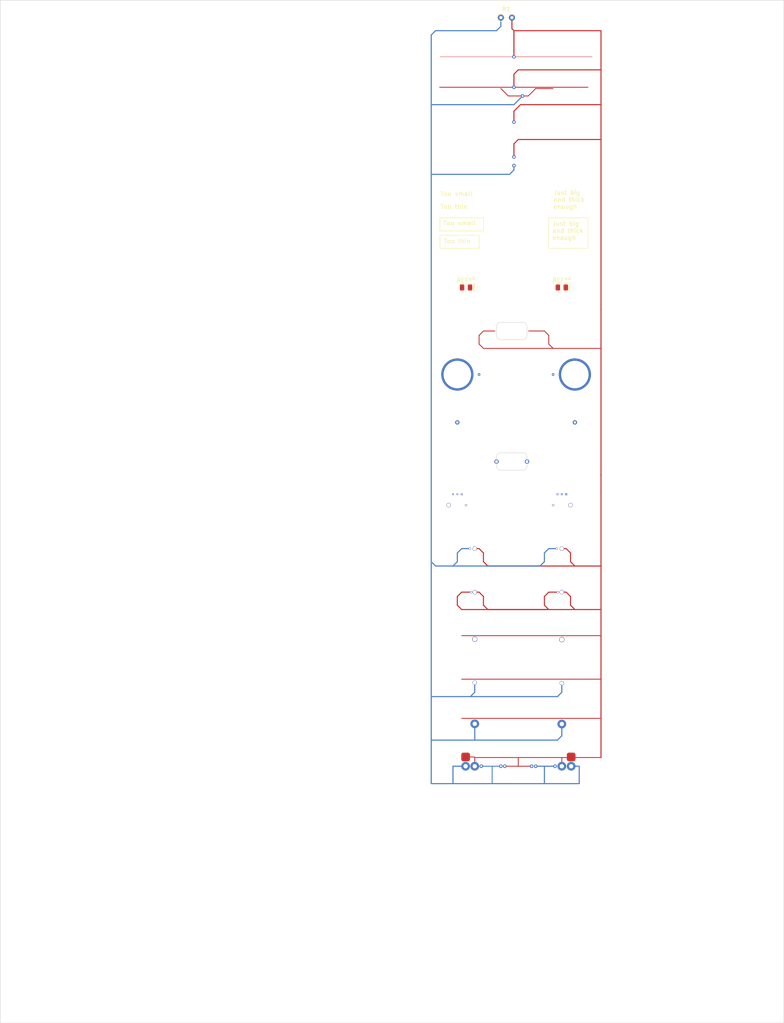
<source format=kicad_pcb>
(kicad_pcb (version 20240108) (generator "pcbnew") (generator_version "8.0")
  (title_block (title "JLCPCB Custom Design Rules (.kicad_dru)") (date "2024-08-12") (rev "8"))
  (layers (0 "F.Cu" signal) (1 "In1.Cu" signal) (2 "In2.Cu" signal) (31 "B.Cu" signal) (34 "B.Paste" user) (35 "F.Paste" user) (36 "B.SilkS" user "B.Silkscreen") (37 "F.SilkS" user "F.Silkscreen") (38 "B.Mask" user) (39 "F.Mask" user) (44 "Edge.Cuts" user))
  (property "FOX" "THE QUICK BROWN FOX JUMPS OVER THE LAZY DOG")
  (property "fox" "the quick brown fox jumps over the lazy dog")
  (net 0 "")
  (net 1 "+5V")
  (net 2 "GND")
  (footprint "Resistor_SMD:R_0805_2012Metric" (layer "F.Cu") (at 143 79)
    (property "Reference" "REF**" (at 0 -1.65 0) (layer "F.SilkS"))
    (property "Value" "R_0805_2012Metric")
    (fp_line (start -0.227064 -0.735) (end 0.227064 -0.735) (stroke (width 0.12)) (layer "F.SilkS"))
    (fp_line (start -0.227064 0.735) (end 0.227064 0.735) (stroke (width 0.12)) (layer "F.SilkS"))
    (pad "1" smd roundrect (at -0.9125 0) (size 1.025 1.4) (layers "F.Cu" "F.Paste" "F.Mask") (roundrect_rratio 0.243902))
    (pad "2" smd roundrect (at 0.9125 0) (size 1.025 1.4) (layers "F.Cu" "F.Paste" "F.Mask") (roundrect_rratio 0.243902))
  )
  (footprint "MountingHole:MountingHole_2.2mm_M2_DIN965_Pad_TopBottom" (layer "F.Cu") (at 141 99)
    (property "Reference" "REF**" (hide yes))
    (property "Value" "MountingHole_2.2mm_M2_DIN965_Pad_TopBottom" (hide yes))
    (pad "1" thru_hole circle (at 0 0) (size 0.6 0.6) (drill 0.2) (layers "*.Cu" "*.Mask"))
  )
  (footprint "MountingHole:MountingHole_3.7mm_Pad_TopBottom" (layer "F.Cu") (at 119 99)
    (property "Reference" "REF**" (hide yes))
    (property "Value" "MountingHole_3.7mm_Pad_TopBottom" (hide yes))
    (pad "1" thru_hole circle (at 0 0) (size 7.4 7.4) (drill 6.31) (layers "*.Cu" "*.Mask"))
  )
  (footprint "MountingHole:MountingHole_2.2mm_M2_DIN965_Pad_TopBottom" (layer "F.Cu") (at 143 139)
    (property "Reference" "REF**" (hide yes))
    (property "Value" "MountingHole_2.2mm_M2_DIN965_Pad_TopBottom" (hide yes))
    (pad "1" thru_hole circle (at 0 0) (size 1 1) (drill 0.85) (property pad_prop_castellated) (layers "*.Cu" "*.Mask") (net 2 "GND"))
  )
  (footprint "MountingHole:MountingHole_2.2mm_M2_DIN965_Pad_TopBottom" (layer "F.Cu") (at 143 179.3)
    (property "Reference" "REF**" (hide yes))
    (property "Value" "MountingHole_2.2mm_M2_DIN965_Pad_TopBottom" (hide yes))
    (pad "1" thru_hole circle (at 0 0) (size 2 2) (drill 1) (property pad_prop_castellated) (layers "*.Cu" "*.Mask") (net 1 "+5V"))
  )
  (footprint "" (layer "F.Cu") (at 143.95 126.63)
    (property "Reference" "" (at 0 0 0) (layer "F.SilkS") (effects (font (size 1.27 1.27))))
    (property "Value" "" (at 0 0 0) (layer "F.SilkS") (effects (font (size 1.27 1.27))))
    (pad "" thru_hole rect (at 0.05 -0.13) (size 0.45 0.45) (drill 0.2) (layers "*.Cu" "*.Mask"))
  )
  (footprint "MountingHole:MountingHole_2.2mm_M2_DIN965_Pad_TopBottom" (layer "F.Cu") (at 128 119)
    (property "Reference" "REF**" (hide yes))
    (property "Value" "MountingHole_2.2mm_M2_DIN965_Pad_TopBottom" (hide yes))
    (pad "1" thru_hole circle (at 0 0) (size 1 1) (drill 0.59) (property pad_prop_castellated) (layers "*.Cu" "*.Mask"))
  )
  (footprint "" (layer "F.Cu") (at 143.01 126.63)
    (property "Reference" "" (at 0 0 0) (layer "F.SilkS") (effects (font (size 1.27 1.27))))
    (property "Value" "" (at 0 0 0) (layer "F.SilkS") (effects (font (size 1.27 1.27))))
    (pad "" thru_hole circle (at -0.01 -0.13) (size 0.45 0.45) (drill 0.2) (layers "*.Cu" "*.Mask"))
  )
  (footprint "MountingHole:MountingHole_2.2mm_M2_DIN965_Pad_TopBottom" (layer "F.Cu") (at 143 169.9)
    (property "Reference" "REF**" (hide yes))
    (property "Value" "MountingHole_2.2mm_M2_DIN965_Pad_TopBottom" (hide yes))
    (pad "1" thru_hole circle (at 0 0) (size 1 1) (drill 0.85) (property pad_prop_castellated) (layers "*.Cu" "*.Mask") (net 1 "+5V"))
  )
  (footprint "" (layer "F.Cu") (at 120.99 187 90)
    (property "Reference" "" (at 0 0 90) (layer "F.SilkS") (effects (font (size 1.27 1.27))))
    (property "Value" "" (at 0 0 90) (layer "F.SilkS") (effects (font (size 1.27 1.27))))
    (pad "2" smd roundrect (at 0.126 -0.09 90) (size 2 2) (layers "F.Cu" "F.Paste" "F.Mask") (net 2 "GND"))
  )
  (footprint "Connector_Pin:Pin_D0.7mm_L6.5mm_W1.8mm_FlatFork" (layer "F.Cu") (at 123 159.8)
    (property "Reference" "REF**" (hide yes))
    (property "Value" "Pin_D0.7mm_L6.5mm_W1.8mm_FlatFork" (hide yes))
    (pad "" np_thru_hole circle (at 0 0) (size 1.2 1.2) (drill 1) (layers "F&B.Cu" "*.Mask"))
  )
  (footprint "MountingHole:MountingHole_2.2mm_M2_DIN965_Pad_TopBottom" (layer "F.Cu") (at 135 119)
    (property "Reference" "REF**" (hide yes))
    (property "Value" "MountingHole_2.2mm_M2_DIN965_Pad_TopBottom" (hide yes))
    (pad "1" thru_hole circle (at 0 0) (size 1 1) (drill 0.6) (property pad_prop_castellated) (layers "*.Cu" "*.Mask"))
  )
  (footprint "MountingHole:MountingHole_2.1mm" (layer "F.Cu") (at 119 110)
    (property "Reference" "REF**" (hide yes))
    (property "Value" "MountingHole_2.1mm" (hide yes))
    (pad "" np_thru_hole circle (at 0 0) (size 1 1) (drill 0.49) (layers "F&B.Cu" "*.Mask"))
  )
  (footprint "Resistor_SMD:R_0805_2012Metric" (layer "F.Cu") (at 121 79)
    (property "Reference" "REF**" (at 0 -1.65 0) (layer "F.SilkS"))
    (property "Value" "R_0805_2012Metric")
    (fp_line (start -0.227064 -0.735) (end 0.227064 -0.735) (stroke (width 0.12)) (layer "F.SilkS"))
    (fp_line (start -0.227064 0.735) (end 0.227064 0.735) (stroke (width 0.12)) (layer "F.SilkS"))
    (pad "1" smd roundrect (at -0.9125 0) (size 1.025 1.4) (layers "F.Cu" "F.Paste" "F.Mask") (roundrect_rratio 0.243902))
    (pad "2" smd roundrect (at 0.9125 0) (size 1.025 1.4) (layers "F.Cu" "F.Paste" "F.Mask") (roundrect_rratio 0.243902))
  )
  (footprint "Connector_Pin:Pin_D0.7mm_L6.5mm_W1.8mm_FlatFork" (layer "F.Cu") (at 143 159.9)
    (property "Reference" "REF**" (hide yes))
    (property "Value" "Pin_D0.7mm_L6.5mm_W1.8mm_FlatFork" (hide yes))
    (pad "" np_thru_hole circle (at 0 0) (size 1.2 1.2) (drill 1) (layers "F&B.Cu" "*.Mask"))
  )
  (footprint "MountingHole:MountingHole_2.2mm_M2_DIN965_Pad_TopBottom" (layer "F.Cu") (at 143 149)
    (property "Reference" "REF**" (hide yes))
    (property "Value" "MountingHole_2.2mm_M2_DIN965_Pad_TopBottom" (hide yes))
    (pad "1" thru_hole circle (at 0 0) (size 1 1) (drill 0.85) (property pad_prop_castellated) (layers "*.Cu" "*.Mask") (net 2 "GND"))
  )
  (footprint "MountingHole:MountingHole_2.2mm_M2_DIN965_Pad_TopBottom" (layer "F.Cu") (at 143 189)
    (property "Reference" "REF**" (hide yes))
    (property "Value" "MountingHole_2.2mm_M2_DIN965_Pad_TopBottom" (hide yes))
    (pad "1" thru_hole circle (at 0 0) (size 2 2) (drill 1) (property pad_prop_castellated) (layers "*.Cu" "*.Mask") (net 2 "GND"))
  )
  (footprint "" (layer "F.Cu") (at 145.09 187)
    (property "Reference" "" (at 0 0 0) (layer "F.SilkS") (effects (font (size 1.27 1.27))))
    (property "Value" "" (at 0 0 0) (layer "F.SilkS") (effects (font (size 1.27 1.27))))
    (pad "2" smd roundrect (at 0.06 -0.127 90) (size 2 2) (layers "F.Cu" "F.Paste" "F.Mask") (net 2 "GND"))
  )
  (footprint "MountingHole:MountingHole_2.2mm_M2_DIN965_Pad_TopBottom" (layer "F.Cu") (at 145.15 189)
    (property "Reference" "REF**" (hide yes))
    (property "Value" "MountingHole_2.2mm_M2_DIN965_Pad_TopBottom" (hide yes))
    (pad "1" thru_hole circle (at 0 0) (size 2 2) (drill 1) (property pad_prop_castellated) (layers "*.Cu" "*.Mask") (net 1 "+5V"))
  )
  (footprint "MountingHole:MountingHole_2.2mm_M2_DIN965_Pad_TopBottom" (layer "F.Cu") (at 123 189)
    (property "Reference" "REF**" (hide yes))
    (property "Value" "MountingHole_2.2mm_M2_DIN965_Pad_TopBottom" (hide yes))
    (pad "1" thru_hole circle (at 0 0) (size 2 2) (drill 1) (layers "*.Cu" "*.Mask") (net 2 "GND"))
  )
  (footprint "MountingHole:MountingHole_2.2mm_M2_DIN965_Pad_TopBottom" (layer "F.Cu") (at 123 139)
    (property "Reference" "REF**" (hide yes))
    (property "Value" "MountingHole_2.2mm_M2_DIN965_Pad_TopBottom" (hide yes))
    (pad "1" thru_hole circle (at 0 0) (size 1 1) (drill 0.85) (property pad_prop_castellated) (layers "*.Cu" "*.Mask") (net 2 "GND"))
  )
  (footprint "MountingHole:MountingHole_2.2mm_M2_DIN965_Pad_TopBottom" (layer "F.Cu") (at 123 169.8)
    (property "Reference" "REF**" (hide yes))
    (property "Value" "MountingHole_2.2mm_M2_DIN965_Pad_TopBottom" (hide yes))
    (pad "1" thru_hole circle (at 0 0) (size 1 1) (drill 0.85) (property pad_prop_castellated) (layers "*.Cu" "*.Mask") (net 1 "+5V"))
  )
  (footprint "MountingHole:MountingHole_2.2mm_M2_DIN965_Pad_TopBottom" (layer "F.Cu") (at 120.9 189)
    (property "Reference" "REF**" (hide yes))
    (property "Value" "MountingHole_2.2mm_M2_DIN965_Pad_TopBottom" (hide yes))
    (pad "1" thru_hole circle (at 0 0) (size 2 2) (drill 1) (layers "*.Cu" "*.Mask") (net 1 "+5V"))
  )
  (footprint "MountingHole:MountingHole_2.2mm_M2_DIN965_Pad_TopBottom" (layer "F.Cu") (at 117 129)
    (property "Reference" "REF**" (hide yes))
    (property "Value" "MountingHole_2.2mm_M2_DIN965_Pad_TopBottom" (hide yes))
    (pad "1" thru_hole circle (at 0 0) (size 1 1) (drill 0.86) (property pad_prop_castellated) (layers "*.Cu" "*.Mask"))
  )
  (footprint "" (layer "F.Cu") (at 119 126.5)
    (property "Reference" "" (at 0 0 0) (layer "F.SilkS") (effects (font (size 1.27 1.27))))
    (property "Value" "" (at 0 0 0) (layer "F.SilkS") (effects (font (size 1.27 1.27))))
    (pad "" thru_hole circle (at 0 0) (size 0.4 0.4) (drill 0.2) (layers "*.Cu" "*.Mask"))
  )
  (footprint "MountingHole:MountingHole_2.2mm_M2_DIN965_Pad_TopBottom" (layer "F.Cu") (at 124 99)
    (property "Reference" "REF**" (hide yes))
    (property "Value" "MountingHole_2.2mm_M2_DIN965_Pad_TopBottom" (hide yes))
    (pad "1" thru_hole circle (at 0 0) (size 0.6 0.6) (drill 0.19) (layers "*.Cu" "*.Mask"))
  )
  (footprint "MountingHole:MountingHole_3.5mm_Pad_TopBottom" (layer "F.Cu") (at 146 99)
    (property "Reference" "REF**" (hide yes))
    (property "Value" "MountingHole_3.5mm_Pad_TopBottom" (hide yes))
    (pad "1" thru_hole circle (at 0 0) (size 7.4 7.4) (drill 6.3) (layers "*.Cu" "*.Mask"))
  )
  (footprint "MountingHole:MountingHole_2.1mm" (layer "F.Cu") (at 146 110)
    (property "Reference" "REF**" (hide yes))
    (property "Value" "MountingHole_2.1mm" (hide yes))
    (pad "" np_thru_hole circle (at 0 0) (size 1 1) (drill 0.5) (layers "F&B.Cu" "*.Mask"))
  )
  (footprint "MountingHole:MountingHole_2.2mm_M2_DIN965_Pad_TopBottom" (layer "F.Cu") (at 123 179.25)
    (property "Reference" "REF**" (hide yes))
    (property "Value" "MountingHole_2.2mm_M2_DIN965_Pad_TopBottom" (hide yes))
    (pad "1" thru_hole circle (at 0 0) (size 2 2) (drill 1) (property pad_prop_castellated) (layers "*.Cu" "*.Mask") (net 1 "+5V"))
  )
  (footprint "MountingHole:MountingHole_2.2mm_M2_DIN965_Pad_TopBottom" (layer "F.Cu") (at 123 149)
    (property "Reference" "REF**" (hide yes))
    (property "Value" "MountingHole_2.2mm_M2_DIN965_Pad_TopBottom" (hide yes))
    (pad "1" thru_hole circle (at 0 0) (size 1 1) (drill 0.85) (property pad_prop_castellated) (layers "*.Cu" "*.Mask") (net 2 "GND"))
  )
  (footprint "MountingHole:MountingHole_2.2mm_M2_DIN965_Pad_TopBottom" (layer "F.Cu") (at 145 129)
    (property "Reference" "REF**" (hide yes))
    (property "Value" "MountingHole_2.2mm_M2_DIN965_Pad_TopBottom" (hide yes))
    (pad "1" thru_hole circle (at 0 0) (size 1 1) (drill 0.85) (property pad_prop_castellated) (layers "*.Cu" "*.Mask"))
  )
  (footprint "" (layer "F.Cu") (at 120 126.5)
    (property "Reference" "" (at 0 0 0) (layer "F.SilkS") (effects (font (size 1.27 1.27))))
    (property "Value" "" (at 0 0 0) (layer "F.SilkS") (effects (font (size 1.27 1.27))))
    (pad "" thru_hole rect (at 0 0) (size 0.4 0.4) (drill 0.2) (layers "*.Cu" "*.Mask"))
  )
  (footprint "Resistor_THT:R_Axial_DIN0204_L3.6mm_D1.6mm_P2.54mm_Vertical" (layer "F.Cu") (at 129 17)
    (property "Reference" "R1" (at 1.27 -1.92 0) (layer "F.SilkS"))
    (property "Value" "1k")
    (fp_line (start 0.92 0) (end 1.54 0) (stroke (width 0.12)) (layer "F.SilkS"))
    (fp_circle (center 0 0) (end 0.92 0) (stroke (width 0.12)) (fill none) (layer "F.SilkS"))
    (pad "1" thru_hole circle (at 0 0) (size 1.4 1.4) (drill 0.7) (layers "*.Cu" "*.Mask") (net 1 "+5V"))
    (pad "2" thru_hole oval (at 2.54 0) (size 1.4 1.4) (drill 0.7) (layers "*.Cu" "*.Mask") (net 2 "GND"))
  )
  (gr_rect (start 122.57 78) (end 123 80) (fill solid) (layer "F.SilkS"))
  (gr_rect (start 144.58 78) (end 145 80) (fill solid) (layer "F.SilkS"))
  (gr_line (start 128 90) (end 128 88) (stroke (width 0.1)) (layer "Edge.Cuts"))
  (gr_arc (start 135 90) (mid 134.707107 90.707107) (end 134 91) (stroke (width 0.1)) (layer "Edge.Cuts"))
  (gr_rect (start 14 13) (end 194 248) (stroke (width 0.1)) (fill none) (layer "Edge.Cuts"))
  (gr_line (start 128 120) (end 128 118) (stroke (width 0.1)) (layer "Edge.Cuts"))
  (gr_arc (start 128 88) (mid 128.292893 87.292893) (end 129 87) (stroke (width 0.1)) (layer "Edge.Cuts"))
  (gr_line (start 135 118) (end 135 120) (stroke (width 0.1)) (layer "Edge.Cuts"))
  (gr_line (start 129 117) (end 134 117) (stroke (width 0.1)) (layer "Edge.Cuts"))
  (gr_line (start 135 88) (end 135 90) (stroke (width 0.1)) (layer "Edge.Cuts"))
  (gr_arc (start 129 121) (mid 128.292893 120.707107) (end 128 120) (stroke (width 0.1)) (layer "Edge.Cuts"))
  (gr_arc (start 134 87) (mid 134.707107 87.292893) (end 135 88) (stroke (width 0.1)) (layer "Edge.Cuts"))
  (gr_arc (start 134 117) (mid 134.707107 117.292893) (end 135 118) (stroke (width 0.1)) (layer "Edge.Cuts"))
  (gr_line (start 134 91) (end 129 91) (stroke (width 0.1)) (layer "Edge.Cuts"))
  (gr_line (start 134 121) (end 129 121) (stroke (width 0.1)) (layer "Edge.Cuts"))
  (gr_arc (start 135 120) (mid 134.707107 120.707107) (end 134 121) (stroke (width 0.1)) (layer "Edge.Cuts"))
  (gr_arc (start 128 118) (mid 128.292893 117.292893) (end 129 117) (stroke (width 0.1)) (layer "Edge.Cuts"))
  (gr_line (start 129 87) (end 134 87) (stroke (width 0.1)) (layer "Edge.Cuts"))
  (gr_arc (start 129 91) (mid 128.292893 90.707107) (end 128 90) (stroke (width 0.1)) (layer "Edge.Cuts"))
  (gr_text "Too thin" (at 115 61 0) (layer "F.SilkS") (effects (font (size 1 1) (thickness 0.14)) (justify left bottom)))
  (gr_text "Just big \nand thick\nenough" (at 141 61 0) (layer "F.SilkS") (effects (font (size 1 1)) (justify left bottom)))
  (gr_text "Too small" (at 115 58 0) (layer "F.SilkS") (effects (font (size 0.9 1)) (justify left bottom)))
  (gr_text_box "Too small" (start 115 63) (end 125 66) (layer "F.SilkS") (effects (font (size 0.9 1)) (justify left top)) (border yes) (stroke (width 0.12)))
  (gr_text_box "Too thin" (start 115 67) (end 124 70) (layer "F.SilkS") (effects (font (size 1 1) (thickness 0.14)) (justify left top)) (border yes) (stroke (width 0.12)))
  (gr_text_box "Just big\nand thick\nenough" (start 140 63) (end 149 70) (layer "F.SilkS") (effects (font (size 1 1)) (justify left top)) (border yes) (stroke (width 0.12)))
  (via (at 141 129) (size 0.5) (drill 0.35) (layers "F.Cu" "B.Cu") (net 0))
  (via (at 118 126.5) (size 0.4) (drill 0.2) (layers "F.Cu" "B.Cu") (net 0))
  (via (at 121 129) (size 0.5) (drill 0.36) (layers "F.Cu" "B.Cu") (net 0))
  (via (at 142 126.5) (size 0.45) (drill 0.2) (layers "F.Cu" "B.Cu") (net 0))
  (segment (start 135.29 35) (end 137 33.29) (width 0.2) (layer "F.Cu") (net 1))
  (segment (start 131 35) (end 130.71 35) (width 0.2) (layer "F.Cu") (net 1))
  (segment (start 137 33.29) (end 141 33.29) (width 0.2) (layer "F.Cu") (net 1))
  (segment (start 134 35) (end 135.29 35) (width 0.2) (layer "F.Cu") (net 1))
  (segment (start 130.7 35) (end 129 33.28) (width 0.2) (layer "F.Cu") (net 1))
  (segment (start 134 35) (end 131 35) (width 0.2) (layer "F.Cu") (net 1))
  (via (at 124.5 189) (size 0.8) (drill 0.4) (layers "F.Cu" "B.Cu") (net 1))
  (via (at 121.88 139) (size 0.55) (drill 0.4) (layers "F.Cu" "B.Cu") (net 1))
  (via (at 141.45 189) (size 0.8) (drill 0.4) (layers "F.Cu" "B.Cu") (net 1))
  (via (at 134 35) (size 0.8) (drill 0.4) (layers "F.Cu" "B.Cu") (net 1))
  (via (at 132 50.993407) (size 0.8) (drill 0.4) (layers "F.Cu" "B.Cu") (net 1))
  (via (at 129 189) (size 0.8) (drill 0.4) (layers "F.Cu" "B.Cu") (net 1))
  (via (at 141.8 139) (size 0.55) (drill 0.4) (layers "F.Cu" "B.Cu") (net 1))
  (via (at 137 189) (size 0.8) (drill 0.4) (layers "F.Cu" "B.Cu") (net 1))
  (segment (start 132 52) (end 131 53) (width 0.25) (layer "B.Cu") (net 1))
  (segment (start 143 172) (end 143 169.9) (width 0.25) (layer "B.Cu") (net 1))
  (segment (start 140 139) (end 139 140) (width 0.25) (layer "B.Cu") (net 1))
  (segment (start 132 37) (end 134 35) (width 0.25) (layer "B.Cu") (net 1))
  (segment (start 121.88 139) (end 120 139) (width 0.25) (layer "B.Cu") (net 1))
  (segment (start 113 183) (end 123 183) (width 0.25) (layer "B.Cu") (net 1))
  (segment (start 122 173) (end 142 173) (width 0.25) (layer "B.Cu") (net 1))
  (segment (start 131 193) (end 139 193) (width 0.25) (layer "B.Cu") (net 1))
  (segment (start 123 183) (end 123 179.25) (width 0.25) (layer "B.Cu") (net 1))
  (segment (start 139 189) (end 137 189) (width 0.25) (layer "B.Cu") (net 1))
  (segment (start 113 193) (end 123 193) (width 0.25) (layer "B.Cu") (net 1))
  (segment (start 132 50.993407) (end 132 52) (width 0.25) (layer "B.Cu") (net 1))
  (segment (start 147 193) (end 147 189) (width 0.25) (layer "B.Cu") (net 1))
  (segment (start 113 173) (end 113 183) (width 0.25) (layer "B.Cu") (net 1))
  (segment (start 114 143) (end 118 143) (width 0.25) (layer "B.Cu") (net 1))
  (segment (start 118 189) (end 118.14 189) (width 0.25) (layer "B.Cu") (net 1))
  (segment (start 127 189) (end 127 193) (width 0.2) (layer "B.Cu") (net 1))
  (segment (start 113 53) (end 113 37) (width 0.25) (layer "B.Cu") (net 1))
  (segment (start 128 20) (end 114 20) (width 0.25) (layer "B.Cu") (net 1))
  (segment (start 123 193) (end 129 193) (width 0.25) (layer "B.Cu") (net 1))
  (segment (start 123 172) (end 123 169.8) (width 0.25) (layer "B.Cu") (net 1))
  (segment (start 113 53) (end 113 142) (width 0.25) (layer "B.Cu") (net 1))
  (segment (start 147 189) (end 145.15 189) (width 0.25) (layer "B.Cu") (net 1))
  (segment (start 129 17) (end 129 19) (width 0.25) (layer "B.Cu") (net 1))
  (segment (start 129 189) (end 124.6 189) (width 0.2) (layer "B.Cu") (net 1))
  (segment (start 113 142) (end 113 173) (width 0.25) (layer "B.Cu") (net 1))
  (segment (start 139 140) (end 139 142) (width 0.25) (layer "B.Cu") (net 1))
  (segment (start 119 142) (end 118 143) (width 0.25) (layer "B.Cu") (net 1))
  (segment (start 129 19) (end 128 20) (width 0.25) (layer "B.Cu") (net 1))
  (segment (start 139 189) (end 139 193) (width 0.25) (layer "B.Cu") (net 1))
  (segment (start 114 20) (end 113 21) (width 0.25) (layer "B.Cu") (net 1))
  (segment (start 113 21) (end 113 37) (width 0.25) (layer "B.Cu") (net 1))
  (segment (start 143 182) (end 143 179.3) (width 0.25) (layer "B.Cu") (net 1))
  (segment (start 122 173) (end 123 172) (width 0.25) (layer "B.Cu") (net 1))
  (segment (start 142 173) (end 143 172) (width 0.25) (layer "B.Cu") (net 1))
  (segment (start 141.4 189) (end 139 189) (width 0.25) (layer "B.Cu") (net 1))
  (segment (start 113 142) (end 114 143) (width 0.25) (layer "B.Cu") (net 1))
  (segment (start 129 193) (end 131 193) (width 0.25) (layer "B.Cu") (net 1))
  (segment (start 113 173) (end 122 173) (width 0.25) (layer "B.Cu") (net 1))
  (segment (start 118 193) (end 118 189) (width 0.25) (layer "B.Cu") (net 1))
  (segment (start 113 183) (end 113 193) (width 0.25) (layer "B.Cu") (net 1))
  (segment (start 141.8 139) (end 140 139) (width 0.25) (layer "B.Cu") (net 1))
  (segment (start 113 37) (end 132 37) (width 0.25) (layer "B.Cu") (net 1))
  (segment (start 120 139) (end 119 140) (width 0.25) (layer "B.Cu") (net 1))
  (segment (start 123 183) (end 142 183) (width 0.25) (layer "B.Cu") (net 1))
  (segment (start 142 183) (end 143 182) (width 0.25) (layer "B.Cu") (net 1))
  (segment (start 139 142) (end 138 143) (width 0.25) (layer "B.Cu") (net 1))
  (segment (start 139 193) (end 147 193) (width 0.25) (layer "B.Cu") (net 1))
  (segment (start 131 53) (end 113 53) (width 0.25) (layer "B.Cu") (net 1))
  (segment (start 118.14 189) (end 120 189) (width 0.25) (layer "B.Cu") (net 1))
  (segment (start 138 143) (end 118 143) (width 0.25) (layer "B.Cu") (net 1))
  (segment (start 119 140) (end 119 142) (width 0.25) (layer "B.Cu") (net 1))
  (segment (start 125 93) (end 124 92) (width 0.2) (layer "F.Cu") (net 2))
  (segment (start 133 29) (end 152 29) (width 0.25) (layer "F.Cu") (net 2))
  (segment (start 145 152) (end 145 150) (width 0.25) (layer "F.Cu") (net 2))
  (segment (start 152 187) (end 123 187) (width 0.2) (layer "F.Cu") (net 2))
  (segment (start 132 33) (end 115 33) (width 0.2) (layer "F.Cu") (net 2))
  (segment (start 123 187) (end 123 189) (width 0.2) (layer "F.Cu") (net 2))
  (segment (start 152 122.17) (end 152 122) (width 0.25) (layer "F.Cu") (net 2))
  (segment (start 125 140) (end 125 142) (width 0.25) (layer "F.Cu") (net 2))
  (segment (start 132 20) (end 131.54 19.54) (width 0.25) (layer "F.Cu") (net 2))
  (segment (start 132 20) (end 152 20) (width 0.25) (layer "F.Cu") (net 2))
  (segment (start 152 169) (end 120 169) (width 0.2) (layer "F.Cu") (net 2))
  (segment (start 131.991304 48.984711) (end 132 48.993407) (width 0.25) (layer "F.Cu") (net 2))
  (segment (start 152 37) (end 133.5 37) (width 0.25) (layer "F.Cu") (net 2))
  (segment (start 119 152) (end 120 153) (width 0.25) (layer "F.Cu") (net 2))
  (segment (start 144 139) (end 143 139) (width 0.25) (layer "F.Cu") (net 2))
  (segment (start 125 152) (end 125 150) (width 0.25) (layer "F.Cu") (net 2))
  (segment (start 145 150) (end 144 149) (width 0.25) (layer "F.Cu") (net 2))
  (segment (start 115.008696 32.991304) (end 115 33) (width 0.25) (layer "F.Cu") (net 2))
  (segment (start 122.874 186.874) (end 120.9 186.874) (width 0.2) (layer "F.Cu") (net 2))
  (segment (start 145 140) (end 144 139) (width 0.25) (layer "F.Cu") (net 2))
  (segment (start 144 149) (end 143 149) (width 0.25) (layer "F.Cu") (net 2))
  (segment (start 140 90) (end 139 89) (width 0.2) (layer "F.Cu") (net 2))
  (segment (start 139 152) (end 139 150) (width 0.25) (layer "F.Cu") (net 2))
  (segment (start 152 93) (end 141 93) (width 0.2) (layer "F.Cu") (net 2))
  (segment (start 133 45) (end 152 45) (width 0.25) (layer "F.Cu") (net 2))
  (segment (start 130 189) (end 136 189) (width 0.2) (layer "F.Cu") (net 2))
  (segment (start 133.5 37) (end 132 38.5) (width 0.25) (layer "F.Cu") (net 2))
  (segment (start 152 178) (end 120 178) (width 0.2) (layer "F.Cu") (net 2))
  (segment (start 152 153) (end 126 153) (width 0.25) (layer "F.Cu") (net 2))
  (segment (start 132 26) (end 150 26) (width 0.09) (layer "F.Cu") (net 2))
  (segment (start 132 33) (end 131.991304 32.991304) (width 0.25) (layer "F.Cu") (net 2))
  (segment (start 141 93) (end 140 92) (width 0.2) (layer "F.Cu") (net 2))
  (segment (start 124 90) (end 125 89) (width 0.2) (layer "F.Cu") (net 2))
  (segment (start 140 153) (end 139 152) (width 0.25) (layer "F.Cu") (net 2))
  (segment (start 143 187) (end 143 189) (width 0.2) (layer "F.Cu") (net 2))
  (segment (start 140 149) (end 142.1 149) (width 0.25) (layer "F.Cu") (net 2))
  (segment (start 152 143) (end 152 187) (width 0.25) (layer "F.Cu") (net 2))
  (segment (start 152 159) (end 120 159) (width 0.2) (layer "F.Cu") (net 2))
  (segment (start 152 143) (end 152 125.96) (width 0.25) (layer "F.Cu") (net 2))
  (segment (start 145 142) (end 145 140) (width 0.25) (layer "F.Cu") (net 2))
  (segment (start 125 150) (end 124 149) (width 0.25) (layer "F.Cu") (net 2))
  (segment (start 126 153) (end 125 152) (width 0.25) (layer "F.Cu") (net 2))
  (segment (start 152 84) (end 152 93) (width 0.25) (layer "F.Cu") (net 2))
  (segment (start 131.54 19.54) (end 131.54 17) (width 0.25) (layer "F.Cu") (net 2))
  (segment (start 132 48.993407) (end 132 46) (width 0.25) (layer "F.Cu") (net 2))
  (segment (start 152 37) (end 152 45) (width 0.25) (layer "F.Cu") (net 2))
  (segment (start 152 93) (end 152 122) (width 0.25) (layer "F.Cu") (net 2))
  (segment (start 141 93) (end 125 93) (width 0.2) (layer "F.Cu") (net 2))
  (segment (start 146 153) (end 145 152) (width 0.25) (layer "F.Cu") (net 2))
  (segment (start 125 89) (end 127.61 89) (width 0.2) (layer "F.Cu") (net 2))
  (segment (start 115 26) (end 132 26) (width 0.08) (layer "F.Cu") (net 2))
  (segment (start 120 153) (end 140 153) (width 0.25) (layer "F.Cu") (net 2))
  (segment (start 132 26) (end 132 20) (width 0.25) (layer "F.Cu") (net 2))
  (segment (start 139 150) (end 140 149) (width 0.25) (layer "F.Cu") (net 2))
  (segment (start 132 33) (end 149 33) (width 0.2) (layer "F.Cu") (net 2))
  (segment (start 132 30) (end 133 29) (width 0.25) (layer "F.Cu") (net 2))
  (segment (start 152 29) (end 152 37) (width 0.25) (layer "F.Cu") (net 2))
  (segment (start 120 149) (end 119 150) (width 0.25) (layer "F.Cu") (net 2))
  (segment (start 132 33) (end 132 30) (width 0.25) (layer "F.Cu") (net 2))
  (segment (start 133 187) (end 133 189) (width 0.2) (layer "F.Cu") (net 2))
  (segment (start 124 139) (end 125 140) (width 0.25) (layer "F.Cu") (net 2))
  (segment (start 146 143) (end 145 142) (width 0.25) (layer "F.Cu") (net 2))
  (segment (start 119 150) (end 119 152) (width 0.25) (layer "F.Cu") (net 2))
  (segment (start 125 142) (end 126 143) (width 0.25) (layer "F.Cu") (net 2))
  (segment (start 122.1 149) (end 120 149) (width 0.25) (layer "F.Cu") (net 2))
  (segment (start 124 149) (end 123 149) (width 0.25) (layer "F.Cu") (net 2))
  (segment (start 123 139) (end 124 139) (width 0.25) (layer "F.Cu") (net 2))
  (segment (start 152 20) (end 152 29) (width 0.25) (layer "F.Cu") (net 2))
  (segment (start 126 143) (end 152 143) (width 0.25) (layer "F.Cu") (net 2))
  (segment (start 124 92) (end 124 90) (width 0.2) (layer "F.Cu") (net 2))
  (segment (start 152 125.96) (end 152 122.17) (width 0.25) (layer "F.Cu") (net 2))
  (segment (start 123 187) (end 122.874 186.874) (width 0.2) (layer "F.Cu") (net 2))
  (segment (start 140 92) (end 140 90) (width 0.2) (layer "F.Cu") (net 2))
  (segment (start 152 45) (end 152 84) (width 0.25) (layer "F.Cu") (net 2))
  (segment (start 132 46) (end 133 45) (width 0.25) (layer "F.Cu") (net 2))
  (segment (start 139 89) (end 135.4 89) (width 0.2) (layer "F.Cu") (net 2))
  (segment (start 132 38.5) (end 132 41) (width 0.25) (layer "F.Cu") (net 2))
  (via (at 129.9 189) (size 0.8) (drill 0.4) (layers "F.Cu" "B.Cu") (net 2))
  (via (at 132 26) (size 0.8) (drill 0.4) (layers "F.Cu" "B.Cu") (net 2))
  (via (at 132 41) (size 0.8) (drill 0.4) (layers "F.Cu" "B.Cu") (net 2))
  (via (at 122.15 149) (size 0.55) (drill 0.4) (layers "F.Cu" "B.Cu") (net 2))
  (via (at 136.05 189) (size 0.8) (drill 0.4) (layers "F.Cu" "B.Cu") (net 2))
  (via (at 132 33) (size 0.8) (drill 0.4) (layers "F.Cu" "B.Cu") (net 2))
  (via (at 142.1 149) (size 0.55) (drill 0.4) (layers "F.Cu" "B.Cu") (net 2))
  (via (at 132 49) (size 0.8) (drill 0.4) (layers "F.Cu" "B.Cu") (net 2))
  (segment (start 132 33) (end 131.991304 32.991304) (width 0.25) (layer "B.Cu") (net 2))
)
</source>
